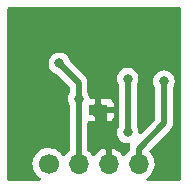
<source format=gbr>
%TF.GenerationSoftware,KiCad,Pcbnew,6.0.11-2627ca5db0~126~ubuntu20.04.1*%
%TF.CreationDate,2023-07-30T19:56:55-05:00*%
%TF.ProjectId,tps61021a-slim,74707336-3130-4323-9161-2d736c696d2e,rev?*%
%TF.SameCoordinates,Original*%
%TF.FileFunction,Copper,L2,Bot*%
%TF.FilePolarity,Positive*%
%FSLAX46Y46*%
G04 Gerber Fmt 4.6, Leading zero omitted, Abs format (unit mm)*
G04 Created by KiCad (PCBNEW 6.0.11-2627ca5db0~126~ubuntu20.04.1) date 2023-07-30 19:56:55*
%MOMM*%
%LPD*%
G01*
G04 APERTURE LIST*
%TA.AperFunction,ComponentPad*%
%ADD10C,1.700000*%
%TD*%
%TA.AperFunction,ComponentPad*%
%ADD11O,1.700000X1.700000*%
%TD*%
%TA.AperFunction,SMDPad,CuDef*%
%ADD12R,1.600000X0.900000*%
%TD*%
%TA.AperFunction,ComponentPad*%
%ADD13C,0.600000*%
%TD*%
%TA.AperFunction,ViaPad*%
%ADD14C,0.800000*%
%TD*%
%TA.AperFunction,Conductor*%
%ADD15C,0.500000*%
%TD*%
G04 APERTURE END LIST*
D10*
%TO.P,J1,1,Pin_1*%
%TO.N,Net-(J1-Pad1)*%
X103987000Y-113800000D03*
D11*
%TO.P,J1,2,Pin_2*%
%TO.N,Net-(C2-Pad1)*%
X106527000Y-113800000D03*
%TO.P,J1,3,Pin_3*%
%TO.N,Earth*%
X109067000Y-113800000D03*
%TO.P,J1,4,Pin_4*%
%TO.N,Net-(C1-Pad1)*%
X111607000Y-113800000D03*
%TD*%
D12*
%TO.P,U1,9,PGND*%
%TO.N,Earth*%
X108204000Y-109220000D03*
D13*
X107704000Y-109220000D03*
X108704000Y-109220000D03*
%TD*%
D14*
%TO.N,Net-(C1-Pad1)*%
X113757500Y-106778800D03*
%TO.N,Net-(C2-Pad1)*%
X106527000Y-108270000D03*
X104902000Y-105273000D03*
%TO.N,Net-(L1-Pad2)*%
X110686700Y-111116900D03*
X110686700Y-106559400D03*
%TD*%
D15*
%TO.N,Net-(C1-Pad1)*%
X111607000Y-112499700D02*
X113757500Y-110349200D01*
X113757500Y-110349200D02*
X113757500Y-106778800D01*
X111607000Y-113800000D02*
X111607000Y-112499700D01*
%TO.N,Earth*%
X109067000Y-113800000D02*
X109067000Y-112499700D01*
X108704000Y-109220000D02*
X108704000Y-112136700D01*
X108704000Y-112136700D02*
X109067000Y-112499700D01*
X108704000Y-109220000D02*
X108204000Y-109220000D01*
%TO.N,Net-(C2-Pad1)*%
X106527000Y-108270000D02*
X106527000Y-106898000D01*
X106527000Y-106898000D02*
X104902000Y-105273000D01*
X106527000Y-113800000D02*
X106527000Y-108270000D01*
%TO.N,Net-(L1-Pad2)*%
X110686700Y-111116900D02*
X110686700Y-106559400D01*
%TD*%
%TA.AperFunction,Conductor*%
%TO.N,Earth*%
G36*
X115133621Y-100528502D02*
G01*
X115180114Y-100582158D01*
X115191500Y-100634500D01*
X115191500Y-115065500D01*
X115171498Y-115133621D01*
X115117842Y-115180114D01*
X115065500Y-115191500D01*
X112389343Y-115191500D01*
X112321222Y-115171498D01*
X112274729Y-115117842D01*
X112264625Y-115047568D01*
X112294119Y-114982988D01*
X112316175Y-114962921D01*
X112482656Y-114844172D01*
X112482659Y-114844170D01*
X112486860Y-114841173D01*
X112645096Y-114683489D01*
X112704594Y-114600689D01*
X112772435Y-114506277D01*
X112775453Y-114502077D01*
X112788995Y-114474678D01*
X112872136Y-114306453D01*
X112872137Y-114306451D01*
X112874430Y-114301811D01*
X112939370Y-114088069D01*
X112968529Y-113866590D01*
X112970156Y-113800000D01*
X112951852Y-113577361D01*
X112897431Y-113360702D01*
X112808354Y-113155840D01*
X112687014Y-112968277D01*
X112541175Y-112808002D01*
X112510124Y-112744156D01*
X112518519Y-112673657D01*
X112545274Y-112634107D01*
X114246411Y-110932970D01*
X114260823Y-110920584D01*
X114272418Y-110912051D01*
X114272423Y-110912046D01*
X114278318Y-110907708D01*
X114283057Y-110902130D01*
X114283060Y-110902127D01*
X114312535Y-110867432D01*
X114319465Y-110859916D01*
X114325160Y-110854221D01*
X114342781Y-110831949D01*
X114345572Y-110828545D01*
X114388091Y-110778497D01*
X114388092Y-110778495D01*
X114392833Y-110772915D01*
X114396161Y-110766399D01*
X114399528Y-110761350D01*
X114402695Y-110756221D01*
X114407234Y-110750484D01*
X114438155Y-110684325D01*
X114440061Y-110680425D01*
X114459222Y-110642901D01*
X114473269Y-110615392D01*
X114475008Y-110608284D01*
X114477107Y-110602641D01*
X114479024Y-110596878D01*
X114482122Y-110590250D01*
X114496987Y-110518783D01*
X114497957Y-110514499D01*
X114513973Y-110449045D01*
X114515308Y-110443590D01*
X114516000Y-110432436D01*
X114516036Y-110432438D01*
X114516275Y-110428445D01*
X114516649Y-110424253D01*
X114518140Y-110417085D01*
X114516046Y-110339679D01*
X114516000Y-110336272D01*
X114516000Y-107315799D01*
X114532881Y-107252799D01*
X114588723Y-107156079D01*
X114588724Y-107156078D01*
X114592027Y-107150356D01*
X114651042Y-106968728D01*
X114654411Y-106936679D01*
X114670314Y-106785365D01*
X114671004Y-106778800D01*
X114651042Y-106588872D01*
X114592027Y-106407244D01*
X114574009Y-106376035D01*
X114499841Y-106247574D01*
X114496540Y-106241856D01*
X114453567Y-106194129D01*
X114373175Y-106104845D01*
X114373174Y-106104844D01*
X114368753Y-106099934D01*
X114214252Y-105987682D01*
X114208224Y-105984998D01*
X114208222Y-105984997D01*
X114045819Y-105912691D01*
X114045818Y-105912691D01*
X114039788Y-105910006D01*
X113946387Y-105890153D01*
X113859444Y-105871672D01*
X113859439Y-105871672D01*
X113852987Y-105870300D01*
X113662013Y-105870300D01*
X113655561Y-105871672D01*
X113655556Y-105871672D01*
X113568612Y-105890153D01*
X113475212Y-105910006D01*
X113469182Y-105912691D01*
X113469181Y-105912691D01*
X113306778Y-105984997D01*
X113306776Y-105984998D01*
X113300748Y-105987682D01*
X113146247Y-106099934D01*
X113141826Y-106104844D01*
X113141825Y-106104845D01*
X113061434Y-106194129D01*
X113018460Y-106241856D01*
X113015159Y-106247574D01*
X112940992Y-106376035D01*
X112922973Y-106407244D01*
X112863958Y-106588872D01*
X112843996Y-106778800D01*
X112844686Y-106785365D01*
X112860590Y-106936679D01*
X112863958Y-106968728D01*
X112922973Y-107150356D01*
X112926276Y-107156078D01*
X112926277Y-107156079D01*
X112982119Y-107252799D01*
X112999000Y-107315799D01*
X112999000Y-109982829D01*
X112978998Y-110050950D01*
X112962095Y-110071924D01*
X111814580Y-111219439D01*
X111752268Y-111253465D01*
X111681453Y-111248400D01*
X111624617Y-111205853D01*
X111599806Y-111139333D01*
X111599964Y-111130070D01*
X111599514Y-111130070D01*
X111599514Y-111123465D01*
X111600204Y-111116900D01*
X111580242Y-110926972D01*
X111521227Y-110745344D01*
X111462081Y-110642900D01*
X111445200Y-110579901D01*
X111445200Y-107096399D01*
X111462081Y-107033399D01*
X111517923Y-106936679D01*
X111517924Y-106936678D01*
X111521227Y-106930956D01*
X111580242Y-106749328D01*
X111581683Y-106735624D01*
X111599514Y-106565965D01*
X111600204Y-106559400D01*
X111585607Y-106420516D01*
X111580932Y-106376035D01*
X111580932Y-106376033D01*
X111580242Y-106369472D01*
X111521227Y-106187844D01*
X111506859Y-106162957D01*
X111451344Y-106066803D01*
X111425740Y-106022456D01*
X111394430Y-105987682D01*
X111302375Y-105885445D01*
X111302374Y-105885444D01*
X111297953Y-105880534D01*
X111198857Y-105808536D01*
X111148794Y-105772163D01*
X111148793Y-105772162D01*
X111143452Y-105768282D01*
X111137424Y-105765598D01*
X111137422Y-105765597D01*
X110975019Y-105693291D01*
X110975018Y-105693291D01*
X110968988Y-105690606D01*
X110875588Y-105670753D01*
X110788644Y-105652272D01*
X110788639Y-105652272D01*
X110782187Y-105650900D01*
X110591213Y-105650900D01*
X110584761Y-105652272D01*
X110584756Y-105652272D01*
X110497812Y-105670753D01*
X110404412Y-105690606D01*
X110398382Y-105693291D01*
X110398381Y-105693291D01*
X110235978Y-105765597D01*
X110235976Y-105765598D01*
X110229948Y-105768282D01*
X110224607Y-105772162D01*
X110224606Y-105772163D01*
X110174543Y-105808536D01*
X110075447Y-105880534D01*
X110071026Y-105885444D01*
X110071025Y-105885445D01*
X109978971Y-105987682D01*
X109947660Y-106022456D01*
X109922056Y-106066803D01*
X109866542Y-106162957D01*
X109852173Y-106187844D01*
X109793158Y-106369472D01*
X109792468Y-106376033D01*
X109792468Y-106376035D01*
X109787793Y-106420516D01*
X109773196Y-106559400D01*
X109773886Y-106565965D01*
X109791718Y-106735624D01*
X109793158Y-106749328D01*
X109852173Y-106930956D01*
X109855476Y-106936678D01*
X109855477Y-106936679D01*
X109911319Y-107033399D01*
X109928200Y-107096399D01*
X109928200Y-110579901D01*
X109911319Y-110642900D01*
X109852173Y-110745344D01*
X109793158Y-110926972D01*
X109773196Y-111116900D01*
X109793158Y-111306828D01*
X109852173Y-111488456D01*
X109947660Y-111653844D01*
X110075447Y-111795766D01*
X110229948Y-111908018D01*
X110235976Y-111910702D01*
X110235978Y-111910703D01*
X110304458Y-111941192D01*
X110404412Y-111985694D01*
X110497812Y-112005547D01*
X110584756Y-112024028D01*
X110584761Y-112024028D01*
X110591213Y-112025400D01*
X110782187Y-112025400D01*
X110782187Y-112025609D01*
X110848893Y-112037811D01*
X110900738Y-112086316D01*
X110918128Y-112155149D01*
X110904437Y-112207647D01*
X110891231Y-112233508D01*
X110889492Y-112240615D01*
X110887393Y-112246259D01*
X110885476Y-112252022D01*
X110882378Y-112258650D01*
X110880888Y-112265812D01*
X110880888Y-112265813D01*
X110867514Y-112330112D01*
X110866544Y-112334396D01*
X110849192Y-112405310D01*
X110848500Y-112416464D01*
X110848464Y-112416462D01*
X110848225Y-112420455D01*
X110847851Y-112424647D01*
X110846360Y-112431815D01*
X110847747Y-112483102D01*
X110848454Y-112509221D01*
X110848500Y-112512628D01*
X110848500Y-112607655D01*
X110828498Y-112675776D01*
X110798153Y-112708415D01*
X110706100Y-112777530D01*
X110701965Y-112780635D01*
X110547629Y-112942138D01*
X110440204Y-113099618D01*
X110439898Y-113100066D01*
X110384987Y-113145069D01*
X110314462Y-113153240D01*
X110250715Y-113121986D01*
X110230018Y-113097502D01*
X110149426Y-112972926D01*
X110143136Y-112964757D01*
X109999806Y-112807240D01*
X109992273Y-112800215D01*
X109825139Y-112668222D01*
X109816552Y-112662517D01*
X109630117Y-112559599D01*
X109620705Y-112555369D01*
X109419959Y-112484280D01*
X109409988Y-112481646D01*
X109338837Y-112468972D01*
X109325540Y-112470432D01*
X109321000Y-112484989D01*
X109321000Y-113928000D01*
X109300998Y-113996121D01*
X109247342Y-114042614D01*
X109195000Y-114054000D01*
X108939000Y-114054000D01*
X108870879Y-114033998D01*
X108824386Y-113980342D01*
X108813000Y-113928000D01*
X108813000Y-112483102D01*
X108809082Y-112469758D01*
X108794806Y-112467771D01*
X108756324Y-112473660D01*
X108746288Y-112476051D01*
X108543868Y-112542212D01*
X108534359Y-112546209D01*
X108345463Y-112644542D01*
X108336738Y-112650036D01*
X108166433Y-112777905D01*
X108158726Y-112784748D01*
X108011590Y-112938717D01*
X108005109Y-112946722D01*
X107900498Y-113100074D01*
X107845587Y-113145076D01*
X107775062Y-113153247D01*
X107711315Y-113121993D01*
X107690618Y-113097509D01*
X107609822Y-112972617D01*
X107609820Y-112972614D01*
X107607014Y-112968277D01*
X107456670Y-112803051D01*
X107452615Y-112799848D01*
X107333407Y-112705703D01*
X107292345Y-112647785D01*
X107285500Y-112606821D01*
X107285500Y-110304000D01*
X107305502Y-110235879D01*
X107359158Y-110189386D01*
X107411500Y-110178000D01*
X107931885Y-110178000D01*
X107947124Y-110173525D01*
X107948329Y-110172135D01*
X107950000Y-110164452D01*
X107950000Y-110159884D01*
X108458000Y-110159884D01*
X108462475Y-110175123D01*
X108463865Y-110176328D01*
X108471548Y-110177999D01*
X109048669Y-110177999D01*
X109055490Y-110177629D01*
X109106352Y-110172105D01*
X109121604Y-110168479D01*
X109242054Y-110123324D01*
X109257649Y-110114786D01*
X109359724Y-110038285D01*
X109372285Y-110025724D01*
X109448786Y-109923649D01*
X109457324Y-109908054D01*
X109502478Y-109787606D01*
X109506105Y-109772351D01*
X109511631Y-109721486D01*
X109512000Y-109714672D01*
X109512000Y-109492115D01*
X109507525Y-109476876D01*
X109506135Y-109475671D01*
X109498452Y-109474000D01*
X108827325Y-109474000D01*
X108801680Y-109481530D01*
X108704000Y-109579210D01*
X108470812Y-109812399D01*
X108458000Y-109835861D01*
X108458000Y-110159884D01*
X107950000Y-110159884D01*
X107950000Y-109843326D01*
X107942469Y-109817679D01*
X107433885Y-109309095D01*
X107399859Y-109246783D01*
X107404924Y-109175968D01*
X107433885Y-109130905D01*
X107704000Y-108860790D01*
X107937188Y-108627601D01*
X107950000Y-108604139D01*
X107950000Y-108596674D01*
X108458000Y-108596674D01*
X108465530Y-108622319D01*
X108796399Y-108953189D01*
X108819861Y-108966000D01*
X109493884Y-108966000D01*
X109509123Y-108961525D01*
X109510328Y-108960135D01*
X109511999Y-108952452D01*
X109511999Y-108725331D01*
X109511629Y-108718510D01*
X109506105Y-108667648D01*
X109502479Y-108652396D01*
X109457324Y-108531946D01*
X109448786Y-108516351D01*
X109372285Y-108414276D01*
X109359724Y-108401715D01*
X109257649Y-108325214D01*
X109242054Y-108316676D01*
X109121606Y-108271522D01*
X109106351Y-108267895D01*
X109055486Y-108262369D01*
X109048672Y-108262000D01*
X108476115Y-108262000D01*
X108460876Y-108266475D01*
X108459671Y-108267865D01*
X108458000Y-108275548D01*
X108458000Y-108596674D01*
X107950000Y-108596674D01*
X107950000Y-108280116D01*
X107945525Y-108264877D01*
X107944135Y-108263672D01*
X107936452Y-108262001D01*
X107553114Y-108262001D01*
X107484993Y-108241999D01*
X107438500Y-108188343D01*
X107427805Y-108149174D01*
X107420542Y-108080072D01*
X107361527Y-107898444D01*
X107302381Y-107796000D01*
X107285500Y-107733001D01*
X107285500Y-106965070D01*
X107286933Y-106946120D01*
X107289099Y-106931885D01*
X107289099Y-106931881D01*
X107290199Y-106924651D01*
X107285915Y-106871982D01*
X107285500Y-106861767D01*
X107285500Y-106853707D01*
X107282211Y-106825493D01*
X107281778Y-106821118D01*
X107276454Y-106755661D01*
X107276453Y-106755658D01*
X107275860Y-106748363D01*
X107273604Y-106741399D01*
X107272413Y-106735440D01*
X107271029Y-106729585D01*
X107270182Y-106722319D01*
X107245265Y-106653673D01*
X107243848Y-106649545D01*
X107223607Y-106587064D01*
X107223606Y-106587062D01*
X107221351Y-106580101D01*
X107217555Y-106573846D01*
X107215049Y-106568372D01*
X107212330Y-106562942D01*
X107209833Y-106556063D01*
X107169814Y-106495024D01*
X107167467Y-106491305D01*
X107129595Y-106428893D01*
X107122197Y-106420516D01*
X107122224Y-106420492D01*
X107119571Y-106417500D01*
X107116868Y-106414267D01*
X107112856Y-106408148D01*
X107056617Y-106354872D01*
X107054175Y-106352494D01*
X105822125Y-105120444D01*
X105791387Y-105070285D01*
X105738569Y-104907729D01*
X105736527Y-104901444D01*
X105641040Y-104736056D01*
X105513253Y-104594134D01*
X105358752Y-104481882D01*
X105352724Y-104479198D01*
X105352722Y-104479197D01*
X105190319Y-104406891D01*
X105190318Y-104406891D01*
X105184288Y-104404206D01*
X105090888Y-104384353D01*
X105003944Y-104365872D01*
X105003939Y-104365872D01*
X104997487Y-104364500D01*
X104806513Y-104364500D01*
X104800061Y-104365872D01*
X104800056Y-104365872D01*
X104713113Y-104384353D01*
X104619712Y-104404206D01*
X104613682Y-104406891D01*
X104613681Y-104406891D01*
X104451278Y-104479197D01*
X104451276Y-104479198D01*
X104445248Y-104481882D01*
X104290747Y-104594134D01*
X104162960Y-104736056D01*
X104067473Y-104901444D01*
X104008458Y-105083072D01*
X103988496Y-105273000D01*
X104008458Y-105462928D01*
X104067473Y-105644556D01*
X104162960Y-105809944D01*
X104290747Y-105951866D01*
X104345385Y-105991563D01*
X104395776Y-106028174D01*
X104445248Y-106064118D01*
X104451276Y-106066802D01*
X104451278Y-106066803D01*
X104613681Y-106139109D01*
X104619712Y-106141794D01*
X104626167Y-106143166D01*
X104626176Y-106143169D01*
X104682772Y-106155199D01*
X104745669Y-106189350D01*
X105731595Y-107175276D01*
X105765621Y-107237588D01*
X105768500Y-107264371D01*
X105768500Y-107733001D01*
X105751619Y-107796000D01*
X105692473Y-107898444D01*
X105633458Y-108080072D01*
X105613496Y-108270000D01*
X105614186Y-108276565D01*
X105627340Y-108401715D01*
X105633458Y-108459928D01*
X105692473Y-108641556D01*
X105695776Y-108647278D01*
X105695777Y-108647279D01*
X105751619Y-108743999D01*
X105768500Y-108806999D01*
X105768500Y-112607655D01*
X105748498Y-112675776D01*
X105718153Y-112708415D01*
X105626100Y-112777530D01*
X105621965Y-112780635D01*
X105467629Y-112942138D01*
X105360201Y-113099621D01*
X105305293Y-113144621D01*
X105234768Y-113152792D01*
X105171021Y-113121538D01*
X105150324Y-113097054D01*
X105069822Y-112972617D01*
X105069820Y-112972614D01*
X105067014Y-112968277D01*
X104916670Y-112803051D01*
X104912619Y-112799852D01*
X104912615Y-112799848D01*
X104745414Y-112667800D01*
X104745410Y-112667798D01*
X104741359Y-112664598D01*
X104705028Y-112644542D01*
X104686124Y-112634107D01*
X104545789Y-112556638D01*
X104540920Y-112554914D01*
X104540916Y-112554912D01*
X104340087Y-112483795D01*
X104340083Y-112483794D01*
X104335212Y-112482069D01*
X104330119Y-112481162D01*
X104330116Y-112481161D01*
X104120373Y-112443800D01*
X104120367Y-112443799D01*
X104115284Y-112442894D01*
X104041452Y-112441992D01*
X103897081Y-112440228D01*
X103897079Y-112440228D01*
X103891911Y-112440165D01*
X103671091Y-112473955D01*
X103458756Y-112543357D01*
X103260607Y-112646507D01*
X103256474Y-112649610D01*
X103256471Y-112649612D01*
X103086100Y-112777530D01*
X103081965Y-112780635D01*
X102927629Y-112942138D01*
X102801743Y-113126680D01*
X102707688Y-113329305D01*
X102647989Y-113544570D01*
X102624251Y-113766695D01*
X102624548Y-113771848D01*
X102624548Y-113771851D01*
X102630011Y-113866590D01*
X102637110Y-113989715D01*
X102638247Y-113994761D01*
X102638248Y-113994767D01*
X102649031Y-114042614D01*
X102686222Y-114207639D01*
X102770266Y-114414616D01*
X102821019Y-114497438D01*
X102884291Y-114600688D01*
X102886987Y-114605088D01*
X103033250Y-114773938D01*
X103205126Y-114916632D01*
X103273715Y-114956712D01*
X103322439Y-115008350D01*
X103335510Y-115078133D01*
X103308779Y-115143905D01*
X103250732Y-115184784D01*
X103210145Y-115191500D01*
X100634500Y-115191500D01*
X100566379Y-115171498D01*
X100519886Y-115117842D01*
X100508500Y-115065500D01*
X100508500Y-100634500D01*
X100528502Y-100566379D01*
X100582158Y-100519886D01*
X100634500Y-100508500D01*
X115065500Y-100508500D01*
X115133621Y-100528502D01*
G37*
%TD.AperFunction*%
%TD*%
M02*

</source>
